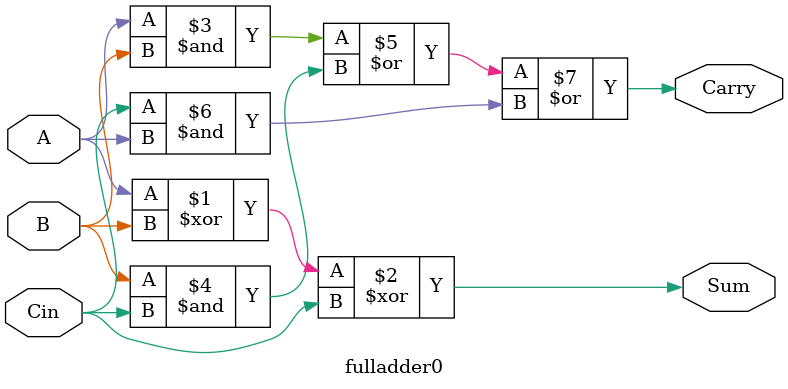
<source format=v>
`timescale 1ns / 1ps


module fulladder0(output Sum,Carry,input A,B,Cin);
assign Sum = A ^ B ^ Cin;
assign Carry = (A & B)|(B & Cin)|(Cin & A);
endmodule

</source>
